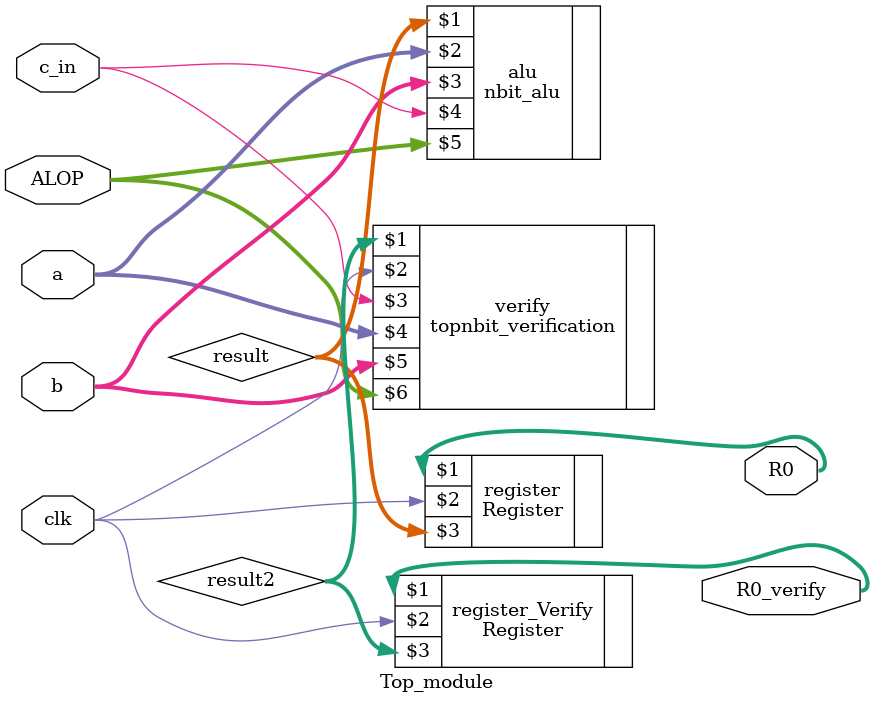
<source format=v>
`timescale 1ns / 1ps
module Top_module( R0, R0_verify,clk,a,b,c_in,ALOP);
parameter W = 32;

input clk;
input [W-1:0] a, b; 
input [2:0]ALOP;
input c_in;
output [W-1:0] R0;
output [W-1:0] R0_verify;
wire [W-1:0] result;
wire [W-1:0] result2;


nbit_alu alu(result,a,b,c_in,ALOP);// calls the nbit alu
topnbit_verification verify(result2, clk, c_in,a, b, ALOP); // verification for the nbit output
Register register(R0, clk, result);// stores output of alu in register
Register register_Verify(R0_verify, clk, result2); // stores value of verification in register



endmodule

</source>
